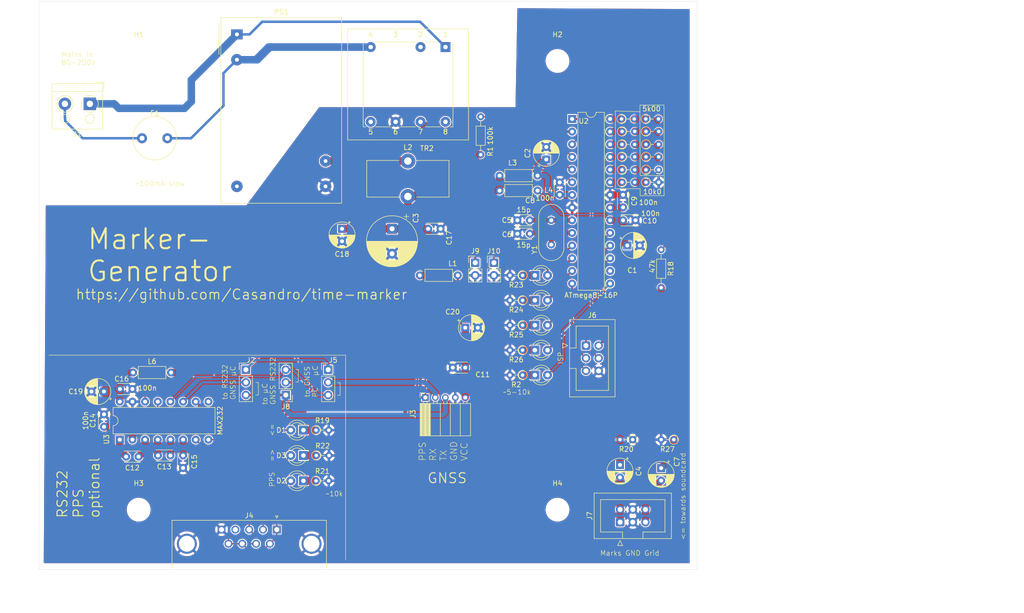
<source format=kicad_pcb>
(kicad_pcb (version 20240108) (generator "pcbnew") (generator_version "8.0")
  (layers (0 "F.Cu" signal) (31 "B.Cu" signal) (34 "B.Paste" user) (35 "F.Paste" user) (36 "B.SilkS" user "B.Silkscreen") (37 "F.SilkS" user "F.Silkscreen") (38 "B.Mask" user) (39 "F.Mask" user) (44 "Edge.Cuts" user))
  (net 0 "")
  (net 1 "GND")
  (net 2 "+5V")
  (net 3 "Net-(U2-PB6{slash}XTAL1)")
  (net 4 "Net-(U2-PB7{slash}XTAL2)")
  (net 5 "Net-(J1-Pin_2)")
  (net 6 "Net-(J1-Pin_1)")
  (net 7 "Net-(PS1-+Vo)")
  (net 9 "Net-(R1-Pad1)")
  (net 10 "/AC_SIG")
  (net 11 "Net-(R12-Pad1)")
  (net 12 "Net-(U2-PC0)")
  (net 13 "Net-(R13-Pad1)")
  (net 14 "Net-(U2-PC1)")
  (net 15 "Net-(R14-Pad1)")
  (net 16 "Net-(U2-PC2)")
  (net 17 "Net-(U2-PC3)")
  (net 18 "Net-(R15-Pad1)")
  (net 19 "Net-(U2-PC4)")
  (net 20 "Net-(R10-Pad2)")
  (net 21 "Net-(U2-PC5)")
  (net 22 "Net-(R11-Pad2)")
  (net 23 "Net-(D8-K)")
  (net 24 "/D8")
  (net 25 "/PD3")
  (net 26 "Net-(PS1-AC{slash}N)")
  (net 27 "Net-(U2-VCC)")
  (net 28 "Net-(U2-AREF)")
  (net 29 "Net-(J3-Pin_5)")
  (net 30 "Net-(U3-C1-)")
  (net 31 "Net-(U3-C1+)")
  (net 32 "Net-(U3-C2+)")
  (net 33 "Net-(U3-C2-)")
  (net 34 "Net-(U3-VS+)")
  (net 35 "Net-(U3-VS-)")
  (net 36 "Net-(U3-VCC)")
  (net 37 "/GNSS_RX")
  (net 38 "/PPS")
  (net 39 "/GNSS_TX")
  (net 41 "/SS")
  (net 42 "/MOSI")
  (net 43 "/MISO")
  (net 44 "/{slash}RESET")
  (net 45 "/SCK")
  (net 47 "Net-(U3-R2IN)")
  (net 48 "/µC_TX")
  (net 49 "/PC_TX")
  (net 50 "/µcSIG")
  (net 51 "Net-(D1-KA)")
  (net 52 "Net-(D1-AK)")
  (net 53 "Net-(D2-AK)")
  (net 54 "Net-(D2-KA)")
  (net 55 "Net-(D3-KA)")
  (net 56 "Net-(D3-AK)")
  (net 57 "Net-(D4-K)")
  (net 58 "Net-(D5-K)")
  (net 59 "Net-(D6-K)")
  (net 60 "Net-(D7-K)")
  (net 61 "/D4")
  (net 62 "/D5")
  (net 63 "/D6")
  (net 64 "/D7")
  (net 65 "Net-(J7-Pin_1)")
  (net 66 "Net-(J7-Pin_5)")
  (net 67 "/µC_RX")
  (net 68 "/PC_RX")
  (net 69 "Net-(J6-Pin_2)")
  (net 70 "/PD4")
  (footprint "Resistor_THT:R_Axial_DIN0204_L3.6mm_D1.6mm_P2.54mm_Vertical" (layer "F.Cu") (at 221.75 53.83)
    (property "Reference" "R13" (hide yes))
    (property "Value" "5k00")
  )
  (footprint "Package_DIP:DIP-28_W7.62mm" (layer "F.Cu") (at 206.93 43.63)
    (property "Reference" "U2")
    (property "Value" "ATmega8-16P")
  )
  (footprint "Resistor_THT:R_Axial_DIN0204_L3.6mm_D1.6mm_P2.54mm_Vertical" (layer "F.Cu") (at 216.95 56.33)
    (property "Reference" "R6" (hide yes))
    (property "Value" "10k0")
  )
  (footprint "Capacitor_THT:C_Disc_D3.0mm_W2.0mm_P2.50mm" (layer "F.Cu") (at 119.975 111.36 180)
    (property "Reference" "C12")
    (property "Value" "100n")
  )
  (footprint "Fuse:Fuse_Littelfuse_372_D8.50mm" (layer "F.Cu") (at 120.67 47.5)
    (property "Reference" "F1")
    (property "Value" "Fuse")
  )
  (footprint "Resistor_THT:R_Axial_DIN0204_L3.6mm_D1.6mm_P2.54mm_Vertical" (layer "F.Cu") (at 197 90 180)
    (property "Reference" "R26")
    (property "Value" "10k")
  )
  (footprint "Capacitor_THT:C_Disc_D3.0mm_W2.0mm_P2.50mm" (layer "F.Cu") (at 126.365 111.125 180)
    (property "Reference" "C13")
    (property "Value" "100n")
  )
  (footprint "LED_THT:LED_D3.0mm" (layer "F.Cu") (at 153.04 116.205 180)
    (property "Reference" "D2")
    (property "Value" "rt/gn")
  )
  (footprint "Capacitor_THT:C_Disc_D3.0mm_W2.0mm_P2.50mm" (layer "F.Cu") (at 185.5 93.5 180)
    (property "Reference" "C11")
    (property "Value" "100n")
  )
  (footprint "Resistor_THT:R_Axial_DIN0204_L3.6mm_D1.6mm_P2.54mm_Vertical" (layer "F.Cu") (at 197 75 180)
    (property "Reference" "R23")
    (property "Value" "10k")
  )
  (footprint "Connector_PinHeader_2.54mm:PinHeader_1x02_P2.54mm_Vertical" (layer "F.Cu") (at 187.5 72.46)
    (property "Reference" "J9")
    (property "Value" "Conn_01x02_Pin")
  )
  (footprint "Capacitor_THT:C_Disc_D3.0mm_W2.0mm_P2.50mm" (layer "F.Cu") (at 195.95 63.95)
    (property "Reference" "C5")
    (property "Value" "15p")
  )
  (footprint "Capacitor_THT:C_Disc_D3.0mm_W2.0mm_P2.50mm" (layer "F.Cu") (at 195.95 66.65)
    (property "Reference" "C6")
    (property "Value" "15p")
  )
  (footprint "Inductor_THT:L_Axial_L5.3mm_D2.2mm_P7.62mm_Horizontal_Vishay_IM-1" (layer "F.Cu") (at 200 58 180)
    (property "Reference" "L4")
    (property "Value" "10µ")
  )
  (footprint "Capacitor_THT:CP_Radial_D5.0mm_P2.50mm" (layer "F.Cu") (at 218 69)
    (property "Reference" "C1")
    (property "Value" "100µ")
  )
  (footprint "Resistor_THT:R_Axial_DIN0204_L3.6mm_D1.6mm_P2.54mm_Vertical" (layer "F.Cu") (at 221.75 48.73)
    (property "Reference" "R15" (hide yes))
    (property "Value" "5k00")
  )
  (footprint "Resistor_THT:R_Axial_DIN0204_L3.6mm_D1.6mm_P2.54mm_Vertical" (layer "F.Cu") (at 221.75 46.13)
    (property "Reference" "R16" (hide yes))
    (property "Value" "5k00")
  )
  (footprint "MountingHole:MountingHole_4.3mm_M4" (layer "F.Cu") (at 120 32)
    (property "Reference" "H1")
    (property "Value" "MountingHole")
  )
  (footprint "Inductor_THT:L_Axial_L5.3mm_D2.2mm_P7.62mm_Horizontal_Vishay_IM-1" (layer "F.Cu") (at 184 75 180)
    (property "Reference" "L1")
    (property "Value" "10µ")
  )
  (footprint "LED_THT:LED_D3.0mm_Clear" (layer "F.Cu") (at 199.46 90)
    (property "Reference" "D7" (hide yes))
    (property "Value" "LED_Small")
  )
  (footprint "Connector_PinHeader_2.54mm:PinHeader_1x02_P2.54mm_Vertical" (layer "F.Cu") (at 191.25 72.46)
    (property "Reference" "J10")
    (property "Value" "Conn_01x02_Pin")
  )
  (footprint "Inductor_THT:L_Axial_L5.3mm_D2.2mm_P7.62mm_Horizontal_Vishay_IM-1" (layer "F.Cu") (at 118.872 94.488)
    (property "Reference" "L6")
    (property "Value" "10µ")
  )
  (footprint "LED_THT:LED_D3.0mm_Clear" (layer "F.Cu") (at 199.46 95)
    (property "Reference" "D8" (hide yes))
    (property "Value" "LED_Small")
  )
  (footprint "Connector_PinHeader_2.54mm:PinHeader_1x03_P2.54mm_Vertical" (layer "F.Cu") (at 158 93.92)
    (property "Reference" "J5")
    (property "Value" "Conn_01x03_Pin" (hide yes))
  )
  (footprint "Connector_PinHeader_2.54mm:PinHeader_1x03_P2.54mm_Vertical" (layer "F.Cu") (at 149.5 99 180)
    (property "Reference" "J8")
    (property "Value" "Conn_01x03_Pin")
  )
  (footprint "Resistor_THT:R_Axial_DIN0204_L3.6mm_D1.6mm_P7.62mm_Horizontal" (layer "F.Cu") (at 224.79 69.85 -90)
    (property "Reference" "R18")
    (property "Value" "47k")
  )
  (footprint "Resistor_THT:R_Axial_DIN0204_L3.6mm_D1.6mm_P2.54mm_Vertical" (layer "F.Cu") (at 221.75 51.23)
    (property "Reference" "R14" (hide yes))
    (property "Value" "5k00")
  )
  (footprint "Capacitor_THT:CP_Radial_D10.0mm_P5.00mm" (layer "F.Cu") (at 170.815 65.659 -90)
    (property "Reference" "C3")
    (property "Value" "1000µ")
  )
  (footprint "Capacitor_THT:CP_Radial_D5.0mm_P2.50mm" (layer "F.Cu") (at 185.5 85.5)
    (property "Reference" "C20")
    (property "Value" "100µ")
  )
  (footprint "Resistor_THT:R_Axial_DIN0204_L3.6mm_D1.6mm_P2.54mm_Vertical" (layer "F.Cu") (at 216.95 53.83)
    (property "Reference" "R7" (hide yes))
    (property "Value" "10k0")
  )
  (footprint "LED_THT:LED_D3.0mm" (layer "F.Cu") (at 153.035 111.125 180)
    (property "Reference" "D3")
    (property "Value" "rt/gn")
  )
  (footprint "LED_THT:LED_D3.0mm" (layer "F.Cu") (at 153.04 106.045 180)
    (property "Reference" "D1")
    (property "Value" "rt/gn")
  )
  (footprint "Capacitor_THT:C_Disc_D3.0mm_W2.0mm_P2.50mm" (layer "F.Cu") (at 217.15 63.95)
    (property "Reference" "C10")
    (property "Value" "100n")
  )
  (footprint "LED_THT:LED_D3.0mm_Clear" (layer "F.Cu") (at 199.46 85)
    (property "Reference" "D6" (hide yes))
    (property "Value" "LED_Small")
  )
  (footprint "Resistor_THT:R_Axial_DIN0204_L3.6mm_D1.6mm_P7.62mm_Horizontal" (layer "F.Cu") (at 188.595 50.8 90)
    (property "Reference" "R1")
    (property "Value" "100k")
  )
  (footprint "Resistor_THT:R_Axial_DIN0204_L3.6mm_D1.6mm_P2.54mm_Vertical" (layer "F.Cu") (at 197 95 180)
    (property "Reference" "R2")
    (property "Value" "10k")
  )
  (footprint "LED_THT:LED_D3.0mm_Clear" (layer "F.Cu") (at 199.46 75)
    (property "Reference" "D4" (hide yes))
    (property "Value" "LED_Small")
  )
  (footprint "Resistor_THT:R_Axial_DIN0204_L3.6mm_D1.6mm_P2.54mm_Vertical" (layer "F.Cu") (at 227.33 107.95 180)
    (property "Reference" "R27")
    (property "Value" "1k")
  )
  (footprint "Connector_PinSocket_2.00mm:PinSocket_1x05_P2.00mm_Horizontal" (layer "F.Cu") (at 177.5 99.5 90)
    (property "Reference" "J3")
    (property "Value" "Conn_01x05_Socket")
  )
  (footprint "Resistor_THT:R_Axial_DIN0204_L3.6mm_D1.6mm_P2.54mm_Vertical" (layer "F.Cu") (at 155.625 111.125)
    (property "Reference" "R22")
    (property "Value" "10k")
  )
  (footprint "Resistor_THT:R_Axial_DIN0204_L3.6mm_D1.6mm_P2.54mm_Vertical" (layer "F.Cu") (at 221.71 43.63)
    (property "Reference" "R17" (hide yes))
    (property "Value" "5k00")
  )
  (footprint "Capacitor_THT:CP_Radial_D5.0mm_P2.50mm" (layer "F.Cu") (at 113.03 98.298 180)
    (property "Reference" "C19")
    (property "Value" "100µ")
  )
  (footprint "MountingHole:MountingHole_4.3mm_M4" (layer "F.Cu") (at 204 32)
    (property "Reference" "H2")
    (property "Value" "MountingHole")
  )
  (footprint "Resistor_THT:R_Axial_DIN0204_L3.6mm_D1.6mm_P2.54mm_Vertical" (layer "F.Cu") (at 216.85 43.63)
    (property "Reference" "R11" (hide yes))
    (property "Value" "10k0")
  )
  (footprint "Resistor_THT:R_Axial_DIN0204_L3.6mm_D1.6mm_P2.54mm_Vertical" (layer "F.Cu") (at 216.93 48.73)
    (property "Reference" "R9" (hide yes))
    (property "Value" "10k0")
  )
  (footprint "Resistor_THT:R_Axial_DIN0204_L3.6mm_D1.6mm_P2.54mm_Vertical" (layer "F.Cu") (at 216.95 46.13)
    (property "Reference" "R10" (hide yes))
    (property "Value" "10k0")
  )
  (footprint "Capacitor_THT:C_Disc_D3.0mm_W2.0mm_P2.50mm" (layer "F.Cu") (at 180.554 65.659 180)
    (property "Reference" "C17")
    (property "Value" "100n")
  )
  (footprint "Connector_Dsub:DSUB-9_Female_Horizontal_P2.77x2.84mm_EdgePinOffset4.94mm_Housed_MountingHolesOffset4.94mm" (layer "F.Cu") (at 147.7 125.99)
    (property "Reference" "J4")
    (property "Value" "DE9_Plug_MountingHoles")
  )
  (footprint "Package_DIP:DIP-16_W7.62mm" (layer "F.Cu") (at 116.205 107.95 90)
    (property "Reference" "U3")
    (property "Value" "MAX232")
  )
  (footprint "Resistor_THT:R_Axial_DIN0204_L3.6mm_D1.6mm_P2.54mm_Vertical" (layer "F.Cu") (at 155.575 106.045)
    (property "Reference" "R19")
    (property "Value" "10k")
  )
  (footprint "Resistor_THT:R_Axial_DIN0204_L3.6mm_D1.6mm_P2.54mm_Vertical" (layer "F.Cu") (at 155.575 116.205)
    (property "Reference" "R21")
    (property "Value" "10k")
  )
  (footprint "Connector_IDC:IDC-Header_2x03_P2.54mm_Vertical" (layer "F.Cu") (at 209.71 89.08)
    (property "Reference" "J6")
    (property "Value" "Conn_02x03_Odd_Even" (hide yes))
  )
  (footprint "Capacitor_THT:CP_Radial_D5.0mm_P2.50mm" (layer "F.Cu") (at 160.782 65.659 -90)
    (property "Reference" "C18")
    (property "Value" "100µ")
  )
  (footprint "Inductor_THT:L_Axial_L5.3mm_D2.2mm_P7.62mm_Horizontal_Vishay_IM-1" (layer "F.Cu") (at 200 55 180)
    (property "Reference" "L3")
    (property "Value" "10µ")
  )
  (footprint "Capacitor_THT:CP_Radial_D5.0mm_P2.50mm" (layer "F.Cu") (at 224.79 113.665 -90)
    (property "Reference" "C7")
    (property "Value" "100µ")
  )
  (footprint "Resistor_THT:R_Axial_DIN0204_L3.6mm_D1.6mm_P2.54mm_Vertical" (layer "F.Cu") (at 216.95 51.23)
    (property "Reference" "R8" (hide yes))
    (property "Value" "10k0")
  )
  (footprint "LED_THT:LED_D3.0mm_Clear" (layer "F.Cu") (at 199.46 80)
    (property "Reference" "D5" (hide yes))
    (property "Value" "LED_Small")
  )
  (footprint "Capacitor_THT:CP_Radial_D5.0mm_P2.50mm" (layer "F.Cu") (at 216.535 113.03 -90)
    (property "Reference" "C4")
    (property "Value" "100µ")
  )
  (footprint "Capacitor_THT:C_Disc_D3.0mm_W2.0mm_P2.50mm" (layer "F.Cu") (at 116.245 97.79)
    (property "Reference" "C16")
    (property "Value" "100n")
  )
  (footprint "Transformer_THT:Transformer_Breve_TEZ-22x24" (layer "F.Cu") (at 181.53 29.21 180)
    (property "Reference" "TR2")
    (property "Value" "Gerth 152")
  )
  (footprint "Converter_ACDC:Converter_ACDC_MeanWell_IRM-03-xx_THT" (layer "F.Cu") (at 139.7 26.67)
    (property "Reference" "PS1")
    (property "Value" "IRM-03-5")
  )
  (footprint "Inductor_THT:L_Toroid_Vertical_L16.3mm_W7.1mm_P7.11mm_Pulse_H" (layer "F.Cu") (at 173.99 52.07)
    (property "Reference" "L2")
    (property "Value" "470µ TLC 0,5A-470µ")
  )
  (footprint "MountingHole:MountingHole_4.3mm_M4" (layer "F.Cu") (at 120 122)
    (property "Reference" "H3")
    (property "Value" "MountingHole")
  )
  (footprint "Capacitor_THT:C_Disc_D3.0mm_W2.0mm_P2.50mm" (layer "F.Cu") (at 204.45 56.35 -90)
    (property "Reference" "C8")
    (property "Value" "100n")
  )
  (footprint "Connector_IDC:IDC-Header_2x03_P2.54mm_Vertical" (layer "F.Cu") (at 216.56 124.5 90)
    (property "Reference" "J7")
    (property "Value" "Conn_02x03_Odd_Even")
  )
  (footprint "Crystal:Crystal_HC49-U_Vertical" (layer "F.Cu") (at 202.75 68.83 90)
    (property "Reference" "Y1")
    (property "Value" "Crystal")
  )
  (footprint "Resistor_THT:R_Axial_DIN0204_L3.6mm_D1.6mm_P2.54mm_Vertical" (layer "F.Cu") (at 219.075 107.95 180)
    (property "Reference" "R20")
    (property "Value" "1k")
  )
  (footprint "MountingHole:MountingHole_4.3mm_M4" (layer "F.Cu") (at 204 122)
    (property "Reference" "H4")
    (property "Value" "MountingHole")
  )
  (footprint "Capacitor_THT:CP_Radial_D5.0mm_P2.50mm" (layer "F.Cu") (at 201.75 51.75 90)
    (property "Reference" "C2")
    (property "Value" "100µ")
  )
  (footprint "Resistor_THT:R_Axial_DIN0204_L3.6mm_D1.6mm_P2.54mm_Vertical" (layer "F.Cu") (at 197 80 180)
    (property "Reference" "R24")
    (property "Value" "10k")
  )
  (footprint "Resistor_THT:R_Axial_DIN0204_L3.6mm_D1.6mm_P2.54mm_Vertical" (layer "F.Cu") (at 197 85 180)
    (property "Reference" "R25")
    (property "Value" "10k")
  )
  (footprint "Resistor_THT:R_Axial_DIN0204_L3.6mm_D1.6mm_P2.54mm_Vertical" (layer "F.Cu") (at 221.75 56.33)
    (property "Reference" "R12" (hide yes))
    (property "Value" "10k0")
  )
  (footprint "Capacitor_THT:C_Disc_D3.0mm_W2.0mm_P2.50mm" (layer "F.Cu") (at 217.15 58.85 -90)
    (property "Reference" "C9")
    (property "Value" "100n")
  )
  (footprint "Capacitor_THT:C_Disc_D3.0mm_W2.0mm_P2.50mm" (layer "F.Cu") (at 128.905 111.125 -90)
    (property "Reference" "C15")
    (property "Value" "100n")
  )
  (footprint "Connector_PinHeader_2.54mm:PinHeader_1x03_P2.54mm_Vertical" (layer "F.Cu") (at 141.5 93.92)
    (property "Reference" "J2")
    (property "Value" "Conn_01x03_Pin")
  )
  (footprint "Capacitor_THT:C_Disc_D3.0mm_W2.0mm_P2.50mm" (layer "F.Cu") (at 113.04 105.37 90)
    (property "Reference" "C14")
    (property "Value" "100n")
  )
  (footprint "TerminalBlock_RND:TerminalBlock_RND_205-00001_1x02_P5.00mm_Horizontal" (layer "F.Cu") (at 110.2 40.6 180)
    (property "Reference" "J1")
    (property "Value" "Screw_Terminal_01x02")
  )
  (gr_line (start 225.35 40.85) (end 225.38 44.82) (stroke (width 0.1)) (layer "F.SilkS"))
  (gr_line (start 160.401 96.54) (end 160.401 99.04) (stroke (width 0.1)) (layer "F.SilkS"))
  (gr_line (start 161.5 91) (end 161.5 132) (stroke (width 0.1)) (layer "F.SilkS"))
  (gr_line (start 144 99) (end 143.5 99) (stroke (width 0.1)) (layer "F.SilkS"))
  (gr_line (start 220.58 59.02) (end 225.38 59.02) (stroke (width 0.1)) (layer "F.SilkS"))
  (gr_line (start 225.38 54.97) (end 220.58 54.97) (stroke (width 0.1)) (layer "F.SilkS"))
  (gr_line (start 151.515 93.893) (end 152.015 93.893) (stroke (width 0.1)) (layer "F.SilkS"))
  (gr_line (start 152.015 93.893) (end 152.015 96.393) (stroke (width 0.1)) (layer "F.SilkS"))
  (gr_line (start 220.55 40.85) (end 225.35 40.85) (stroke (width 0.1)) (layer "F.SilkS"))
  (gr_line (start 144 96.5) (end 144 99) (stroke (width 0.1)) (layer "F.SilkS"))
  (gr_line (start 215.61 57.64) (end 215.61 42.04) (stroke (width 0.1)) (layer "F.SilkS"))
  (gr_line (start 152.015 96.393) (end 151.515 96.393) (stroke (width 0.1)) (layer "F.SilkS"))
  (gr_line (start 225.38 44.82) (end 225.38 54.97) (stroke (width 0.1)) (layer "F.SilkS"))
  (gr_line (start 215.93 57.62) (end 220.58 57.62) (stroke (width 0.1)) (layer "F.SilkS"))
  (gr_line (start 225.38 59.02) (end 225.38 54.97) (stroke (width 0.1)) (layer "F.SilkS"))
  (gr_line (start 220.58 54.97) (end 220.53 42.17) (stroke (width 0.1)) (layer "F.SilkS"))
  (gr_line (start 220.53 42.17) (end 220.55 40.85) (stroke (width 0.1)) (layer "F.SilkS"))
  (gr_line (start 215.93 57.62) (end 215.61 57.64) (stroke (width 0.1)) (layer "F.SilkS"))
  (gr_line (start 220.58 57.62) (end 220.58 59.02) (stroke (width 0.1)) (layer "F.SilkS"))
  (gr_line (start 161.5 91) (end 118.5 91) (stroke (width 0.1)) (layer "F.SilkS"))
  (gr_line (start 159.901 96.54) (end 160.401 96.54) (stroke (width 0.1)) (layer "F.SilkS"))
  (gr_line (start 160.401 99.04) (end 159.901 99.04) (stroke (width 0.1)) (layer "F.SilkS"))
  (gr_line (start 114 91) (end 102 91) (stroke (width 0.1)) (layer "F.SilkS"))
  (gr_line (start 114 91) (end 118.5 91) (stroke (width 0.1)) (layer "F.SilkS"))
  (gr_line (start 143.5 96.5) (end 144 96.5) (stroke (width 0.1)) (layer "F.SilkS"))
  (gr_line (start 215.61 42.04) (end 220.53 42.17) (stroke (width 0.1)) (layer "F.SilkS"))
  (gr_line (start 100 134) (end 100 20) (stroke (width 0.05)) (layer "Edge.Cuts"))
  (gr_line (start 232 134) (end 232 20) (stroke (width 0.05)) (layer "Edge.Cuts"))
  (gr_line (start 232 134) (end 100 134) (stroke (width 0.05)) (layer "Edge.Cuts"))
  (gr_line (start 100 20) (end 232 20) (stroke (width 0.05)) (layer "Edge.Cuts"))
  (gr_text "to GNSS\nPC   µC" (at 156 99.5 90) (layer "F.SilkS") (effects (font (size 1 1) (thickness 0.1)) (justify left bottom)))
  (gr_text "Mains in\n80-250V" (at 104.4 32.9 0) (layer "F.SilkS") (effects (font (size 1 1) (thickness 0.1)) (justify left bottom)))
  (gr_text "~100mA slow" (at 119.38 57.15 0) (layer "F.SilkS") (effects (font (size 1 1) (thickness 0.1)) (justify left bottom)))
  (gr_text "RS232\nPPS\noptional" (at 112.3 123.8 90) (layer "F.SilkS") (effects (font (size 2 2) (thickness 0.2)) (justify left bottom)))
  (gr_text "Marker-\nGenerator" (at 109.5 76.5 0) (layer "F.SilkS") (effects (font (size 4 4) (thickness 0.4)) (justify left bottom)))
  (gr_text "https://github.com/Casandro/time-marker" (at 107.25 80 0) (layer "F.SilkS") (effects (font (size 2 2) (thickness 0.2)) (justify left bottom)))
  (gr_text "Marks GND Grid" (at 212.5 131.3 0) (layer "F.SilkS") (effects (font (size 1 1) (thickness 0.1)) (justify left bottom)))
  (gr_text "PPS" (at 147.32 117.475 90) (layer "F.SilkS") (effects (font (size 1 1) (thickness 0.1)) (justify left bottom)))
  (gr_text "<= towards soundcard" (at 229.75 128.1 90) (layer "F.SilkS") (effects (font (size 1 1) (thickness 0.1)) (justify left bottom)))
  (gr_text "GNSS" (at 177.8 116.84 0) (layer "F.SilkS") (effects (font (size 2 2) (thickness 0.2)) (justify left bottom)))
  (gr_text "to µC\nGNSS RS232" (at 147.5 101 90) (layer "F.SilkS") (effects (font (size 1 1) (thickness 0.1)) (justify left bottom)))
  (gr_text "ISP" (at 205.21 92.84 90) (layer "F.SilkS") (effects (font (size 1 1) (thickness 0.1)) (justify left bottom)))
  (gr_text "~5-10k" (at 193 99 0) (layer "F.SilkS") (effects (font (size 1 1) (thickness 0.1)) (justify left bottom)))
  (gr_text "=>" (at 147.32 112.395 90) (layer "F.SilkS") (effects (font (size 1 1) (thickness 0.1)) (justify left bottom)))
  (gr_text "~10k" (at 157.48 119.38 0) (layer "F.SilkS") (effects (font (size 1 1) (thickness 0.1)) (justify left bottom)))
  (gr_text "PPS\nRX\nTX\nGND\nVCC" (at 186.055 112.3 90) (layer "F.SilkS") (effects (font (size 1.3 1.3) (thickness 0.1)) (justify left bottom)))
  (gr_text "to RS232\nGNSS µC" (at 139.5 100 90) (layer "F.SilkS") (effects (font (size 1 1) (thickness 0.1)) (justify left bottom)))
  (gr_text "<=" (at 147.32 107.315 90) (layer "F.SilkS") (effects (font (size 1 1) (thickness 0.1)) (justify left bottom)))
  (segment (start 214.55 58.87) (end 217.13 58.87) (width 1.5) (layer "F.Cu") (net 1))
  (segment (start 217.13 58.87) (end 217.15 58.85) (width 1.5) (layer "F.Cu") (net 1))
  (segment (start 173.99 59.18) (end 173.99 65.278) (width 1.5) (layer "F.Cu") (net 2))
  (segment (start 192.38 58) (end 192.38 55) (width 1.5) (layer "F.Cu") (net 2))
  (segment (start 177.997 75) (end 176.38 75) (width 1.5) (layer "F.Cu") (net 2))
  (segment (start 178.054 84.154944) (end 173.943944 88.265) (width 1.5) (layer "F.Cu") (net 2))
  (segment (start 173.99 65.278) (end 174.371 65.659) (width 1.5) (layer "F.Cu") (net 2))
  (segment (start 134.442415 94.488) (end 126.492 94.488) (width 1.5) (layer "F.Cu") (net 2))
  (segment (start 178.054 65.659) (end 178.054 75.057) (width 1.5) (layer "F.Cu") (net 2))
  (segment (start 140.665415 88.265) (end 134.442415 94.488) (width 1.5) (layer "F.Cu") (net 2))
  (segment (start 160.782 65.659) (end 170.815 65.659) (width 1.5) (layer "F.Cu") (net 2))
  (segment (start 170.815 65.659) (end 174.371 65.659) (width 1.5) (layer "F.Cu") (net 2))
  (segment (start 178.054 75.057) (end 177.997 75) (width 1.5) (layer "F.Cu") (net 2))
  (segment (start 173.943944 88.265) (end 140.665415 88.265) (width 1.5) (layer "F.Cu") (net 2))
  (segment (start 176.5 58) (end 192.38 58) (width 1.5) (layer "F.Cu") (net 2))
  (segment (start 175.32 59.18) (end 176.5 58) (width 1.5) (layer "F.Cu") (net 2))
  (segment (start 178.054 75.057) (end 178.054 84.154944) (width 1.5) (layer "F.Cu") (net 2))
  (segment (start 173.99 59.18) (end 175.32 59.18) (width 1.5) (layer "F.Cu") (net 2))
  (segment (start 174.371 65.659) (end 178.054 65.659) (width 1.5) (layer "F.Cu") (net 2))
  (segment (start 176.437 75.057) (end 176.38 75) (width 1) (layer "F.Cu") (net 2))
  (segment (start 202.75 63.95) (end 198.45 63.95) (width 1) (layer "F.Cu") (net 3))
  (segment (start 206.93 63.95) (end 202.75 63.95) (width 1) (layer "F.Cu") (net 3))
  (segment (start 202.75 68.83) (end 202.75 66.51) (width 1) (layer "F.Cu") (net 4))
  (segment (start 202.73 66.49) (end 198.61 66.49) (width 1) (layer "F.Cu") (net 4))
  (segment (start 198.61 66.49) (end 198.45 66.65) (width 1) (layer "F.Cu") (net 4))
  (segment (start 202.75 66.51) (end 202.73 66.49) (width 1) (layer "F.Cu") (net 4))
  (segment (start 206.93 66.49) (end 202.73 66.49) (width 1) (layer "F.Cu") (net 4))
  (segment (start 198.61 66.49) (end 198.45 66.65) (width 1) (layer "B.Cu") (net 4))
  (segment (start 120.67 47.5) (end 108.75 47.5) (width 0.5) (layer "B.Cu") (net 5))
  (segment (start 108.75 47.5) (end 105.25 44) (width 0.5) (layer "B.Cu") (net 5))
  (segment (start 105.25 43.5) (end 105.2 43.45) (width 0.5) (layer "B.Cu") (net 5))
  (segment (start 105.2 43.45) (end 105.2 40.6) (width 0.5) (layer "B.Cu") (net 5))
  (segment (start 105.25 44) (end 105.25 43.5) (width 0.5) (layer "B.Cu") (net 5))
  (segment (start 116 41.5) (end 129.188 41.5) (width 1.5) (layer "B.Cu") (net 6))
  (segment (start 110.2 40.6) (end 115.1 40.6) (width 1.5) (layer "B.Cu") (net 6))
  (segment (start 144.78 24.13) (end 176.45 24.13) (width 0.5) (layer "B.Cu") (net 6))
  (segment (start 129.188 41.5) (end 130.556 40.132) (width 1.5) (layer "B.Cu") (net 6))
  (segment (start 142.24 26.67) (end 144.78 24.13) (width 0.5) (layer "B.Cu") (net 6))
  (segment (start 130.556 35.814) (end 139.7 26.67) (width 1.5) (layer "B.Cu") (net 6))
  (segment (start 139.7 26.67) (end 142.24 26.67) (width 0.5) (layer "B.Cu") (net 6))
  (segment (start 115.1 40.6) (end 116 41.5) (width 1.5) (layer "B.Cu") (net 6))
  (segment (start 176.45 24.13) (end 181.53 29.21) (width 0.5) (layer "B.Cu") (net 6))
  (segment (start 130.556 40.132) (end 130.556 35.814) (width 1.5) (layer "B.Cu") (net 6))
  (segment (start 157.48 52.07) (end 173.99 52.07) (width 1.5) (layer "F.Cu") (net 7))
  (segment (start 183.12 50.8) (end 188.595 50.8) (width 1.5) (layer "F.Cu") (net 9))
  (segment (start 176.53 44.21) (end 183.12 50.8) (width 1.5) (layer "F.Cu") (net 9))
  (segment (start 188.595 43.18) (end 196.32 43.18) (width 0.25) (layer "F.Cu") (net 10))
  (segment (start 227.33 111.125) (end 224.79 113.665) (width 1.5) (layer "F.Cu") (net 10))
  (segment (start 228.6 40.1) (end 228.6 106.68) (width 0.25) (layer "F.Cu") (net 10))
  (segment (start 196.32 43.18) (end 201.5 38) (width 0.25) (layer "F.Cu") (net 10))
  (segment (start 226.5 38) (end 228.6 40.1) (width 0.25) (layer "F.Cu") (net 10))
  (segment (start 228.6 106.68) (end 227.33 107.95) (width 0.25) (layer "F.Cu") (net 10))
  (segment (start 201.5 38) (end 226.5 38) (width 0.25) (layer "F.Cu") (net 10))
  (segment (start 227.33 107.95) (end 227.33 111.125) (width 1.5) (layer "F.Cu") (net 10))
  (segment (start 219.49 56.33) (end 221.75 56.33) (width 1.5) (layer "F.Cu") (net 11))
  (segment (start 224.29 53.83) (end 221.79 56.33) (width 0.25) (layer "F.Cu") (net 11))
  (segment (start 221.79 56.33) (end 221.75 56.33) (width 0.25) (layer "F.Cu") (net 11))
  (segment (start 214.55 56.33) (end 216.95 56.33) (width 1.5) (layer "F.Cu") (net 12))
  (segment (start 219.49 53.83) (end 221.75 53.83) (width 1.5) (layer "F.Cu") (net 13))
  (segment (start 221.75 53.83) (end 221.75 53.77) (width 1.5) (layer "F.Cu") (net 13))
  (segment (start 221.75 53.77) (end 224.29 51.23) (width 1.5) (layer "F.Cu") (net 13))
  (segment (start 214.55 53.79) (end 216.91 53.79) (width 1.5) (layer "F.Cu") (net 14))
  (segment (start 216.91 53.79) (end 216.95 53.83) (width 1.5) (layer "F.Cu") (net 14))
  (segment (start 221.75 51.23) (end 221.79 51.23) (width 1.5) (layer "F.Cu") (net 15))
  (segment (start 221.79 51.23) (end 224.29 48.73) (width 1.5) (layer "F.Cu") (net 15))
  (segment (start 219.49 51.23) (end 221.75 51.23) (width 1.5) (layer "F.Cu") (net 15))
  (segment (start 216.93 51.25) (end 216.95 51.23) (width 1.5) (layer "F.Cu") (net 16))
  (segment (start 214.55 51.25) (end 216.93 51.25) (width 1.5) (layer "F.Cu") (net 16))
  (segment (start 214.55 48.71) (end 216.91 48.71) (width 1.5) (layer "F.Cu") (net 17))
  (segment (start 216.91 48.71) (end 216.93 48.73) (width 1.5) (layer "F.Cu") (net 17))
  (segment (start 221.75 48.73) (end 221.75 48.67) (width 1.5) (layer "F.Cu") (net 18))
  (segment (start 221.75 48.67) (end 224.29 46.13) (width 1.5) (layer "F.Cu") (net 18))
  (segment (start 219.47 48.73) (end 221.75 48.73) (width 1.5) (layer "F.Cu") (net 18))
  (segment (start 214.55 46.17) (end 216.91 46.17) (width 1.5) (layer "F.Cu") (net 19))
  (segment (start 216.91 46.17) (end 216.95 46.13) (width 1.5) (layer "F.Cu") (net 19))
  (segment (start 219.49 46.13) (end 221.75 46.13) (width 1.5) (layer "F.Cu") (net 20))
  (segment (start 221.75 46.13) (end 224.25 43.63) (width 1.5) (layer "F.Cu") (net 20))
  (segment (start 214.55 43.63) (end 216.85 43.63) (width 1.5) (layer "F.Cu") (net 21))
  (segment (start 226 42.5) (end 222.84 42.5) (width 0.3) (layer "F.Cu") (net 22))
  (segment (start 222.84 42.5) (end 221.71 43.63) (width 0.3) (layer "F.Cu") (net 22))
  (segment (start 224.79 69.85) (end 226 68.64) (width 0.3) (layer "F.Cu") (net 22))
  (segment (start 226 68.64) (end 226 42.5) (width 0.3) (layer "F.Cu") (net 22))
  (segment (start 219.39 43.63) (end 221.71 43.63) (width 1.5) (layer "F.Cu") (net 22))
  (segment (start 197 95) (end 199.46 95) (width 1.5) (layer "F.Cu") (net 23))
  (segment (start 205.125 86.075) (end 205.125 91.875) (width 0.4) (layer "B.Cu") (net 24))
  (segment (start 205.125 91.875) (end 202 95) (width 0.4) (layer "B.Cu") (net 24))
  (segment (start 214.55 76.65) (end 205.125 86.075) (width 0.4) (layer "B.Cu") (net 24))
  (segment (start 197.619 58.896346) (end 187.5 69.015346) (width 0.4) (layer "F.Cu") (net 25))
  (segment (start 197.619 54.923893) (end 197.619 55.683943) (width 0.3) (layer "F.Cu") (net 25))
  (segment (start 197.619 55.683943) (end 197.619 58.896346) (width 0.4) (layer "F.Cu") (net 25))
  (segment (start 187.5 69.015346) (end 187.5 72.46) (width 0.4) (layer "F.Cu") (net 25))
  (segment (start 206.49 53.35) (end 199.192893 53.35) (width 0.3) (layer "F.Cu") (net 25))
  (segment (start 199.192893 53.35) (end 197.619 54.923893) (width 0.3) (layer "F.Cu") (net 25))
  (segment (start 206.93 53.79) (end 206.49 53.35) (width 0.3) (layer "F.Cu") (net 25))
  (segment (start 146.34934 29.21) (end 166.53 29.21) (width 1.5) (layer "B.Cu") (net 26))
  (segment (start 143.80934 31.75) (end 146.34934 29.21) (width 1.5) (layer "B.Cu") (net 26))
  (segment (start 139.7 31.75) (end 143.51 31.75) (width 1.5) (layer "B.Cu") (net 26))
  (segment (start 165.26 29.21) (end 146.05 29.21) (width 1.5) (layer "B.Cu") (net 26))
  (segment (start 125.75 47.5) (end 130.5 47.5) (width 0.5) (layer "B.Cu") (net 26))
  (segment (start 143.51 31.75) (end 146.05 29.21) (width 1.5) (layer "B.Cu") (net 26))
  (segment (start 137 34.45) (end 139.7 31.75) (width 0.5) (layer "B.Cu") (net 26))
  (segment (start 130.5 47.5) (end 137 41) (width 0.5) (layer "B.Cu") (net 26))
  (segment (start 143.51 31.75) (end 143.80934 31.75) (width 1.5) (layer "B.Cu") (net 26))
  (segment (start 137 41) (end 137 34.45) (width 0.5) (layer "B.Cu") (net 26))
  (segment (start 204.47 58.87) (end 204.45 58.85) (width 1) (layer "F.Cu") (net 27))
  (segment (start 200 53.5) (end 201.75 51.75) (width 1.5) (layer "B.Cu") (net 27))
  (segment (start 200 55) (end 200 53.5) (width 1.5) (layer "B.Cu") (net 27))
  (segment (start 202 57.75) (end 202 55.5) (width 1) (layer "B.Cu") (net 27))
  (segment (start 204.47 58.87) (end 204.45 58.85) (width 1) (layer "B.Cu") (net 27))
  (segment (start 203.1 58.85) (end 202 57.75) (width 1) (layer "B.Cu") (net 27))
  (segment (start 201.5 55) (end 200 55) (width 1) (layer "B.Cu") (net 27))
  (segment (start 206.93 58.87) (end 204.47 58.87) (width 1) (layer "B.Cu") (net 27))
  (segment (start 206.91 58.85) (end 206.93 58.87) (width 1) (layer "B.Cu") (net 27))
  (segment (start 204.45 58.85) (end 203.1 58.85) (width 1) (layer "B.Cu") (net 27))
  (segment (start 202 55.5) (end 201.5 55) (width 1) (layer "B.Cu") (net 27))
  (segment (start 217.09 61.41) (end 217.15 61.35) (width 1.5) (layer "F.Cu") (net 28))
  (segment (start 214.55 61.41) (end 217.09 61.41) (width 1.5) (layer "F.Cu") (net 28))
  (segment (start 184 84) (end 185.5 85.5) (width 0.4) (layer "F.Cu") (net 29))
  (segment (start 185.5 99.5) (end 185.5 93.5) (width 1.5) (layer "F.Cu") (net 29))
  (segment (start 185.5 93.5) (end 185.5 85.5) (width 1.5) (layer "F.Cu") (net 29))
  (segment (start 184 75) (end 184 84) (width 0.4) (layer "F.Cu") (net 29))
  (segment (start 121.285 110.05) (end 119.975 111.36) (width 1.5) (layer "F.Cu") (net 30))
  (segment (start 121.285 107.95) (end 121.285 110.05) (width 1.5) (layer "F.Cu") (net 30))
  (segment (start 116.205 107.95) (end 116.205 110.09) (width 1.5) (layer "F.Cu") (net 31))
  (segment (start 116.205 110.09) (end 117.475 111.36) (width 1.5) (layer "F.Cu") (net 31))
  (segment (start 123.825 107.95) (end 123.825 111.085) (width 1.5) (layer "F.Cu") (net 32))
  (segment (start 123.825 111.085) (end 123.865 111.125) (width 1.5) (layer "F.Cu") (net 32))
  (segment (start 126.365 107.95) (end 126.365 111.125) (width 1.5) (layer "F.Cu") (net 33))
  (segment (start 113.04 105.37) (end 117.29637 105.37) (width 1.5) (layer "F.Cu") (net 34))
  (segment (start 117.29637 105.37) (end 118.745 106.81863) (width 1.5) (layer "F.Cu") (net 34))
  (segment (start 118.745 106.81863) (end 118.745 107.95) (width 1.5) (layer "F.Cu") (net 34))
  (segment (start 128.905 107.95) (end 128.905 111.125) (width 1.5) (layer "F.Cu") (net 35))
  (segment (start 117.221 94.488) (end 118.872 94.488) (width 1.5) (layer "F.Cu") (net 36))
  (segment (start 116.205 97.83) (end 116.245 97.79) (width 1.5) (layer "F.Cu") (net 36))
  (segment (start 115.824 98.298) (end 116.205 98.679) (width 2) (layer "F.Cu") (net 36))
  (segment (start 116.245 97.79) (end 116.245 95.464) (width 1.5) (layer "F.Cu") (net 36))
  (segment (start 116.205 98.679) (end 116.205 97.83) (width 1.5) (layer "F.Cu") (net 36))
  (segment (start 116.245 95.464) (end 117.221 94.488) (width 1.5) (layer "F.Cu") (net 36))
  (segment (start 116.205 100.33) (end 116.205 98.679) (width 1.5) (layer "F.Cu") (net 36))
  (segment (start 113.03 98.298) (end 115.824 98.298) (width 2) (layer "F.Cu") (net 36))
  (segment (start 158 96.46) (end 177.414594 96.46) (width 1) (layer "B.Cu") (net 37))
  (segment (start 177.414594 96.46) (end 179.5 98.545406) (width 1) (layer "B.Cu") (net 37))
  (segment (start 179.5 98.545406) (end 179.5 99.5) (width 1) (layer "B.Cu") (net 37))
  (segment (start 177.5 99.5) (end 177.5 92.66) (width 0.3) (layer "F.Cu") (net 38))
  (segment (start 205.74 50.06) (end 206.93 51.25) (width 0.3) (layer "F.Cu") (net 38))
  (segment (start 182.2925 73.445028) (end 197.069 58.668528) (width 0.3) (layer "F.Cu") (net 38))
  (segment (start 205.74 48.26) (end 205.74 50.06) (width 0.3) (layer "F.Cu") (net 38))
  (segment (start 177.5 92.66) (end 182.2925 87.8675) (width 0.3) (layer "F.Cu") (net 38))
  (segment (start 131.445 100.33) (end 134.045 102.93) (width 0.5) (layer "F.Cu") (net 38))
  (segment (start 200.732106 47.933894) (end 205.413894 47.933894) (width 0.3) (layer "F.Cu") (net 38))
  (segment (start 197.069 58.668528) (end 197.069 51.597) (width 0.3) (layer "F.Cu") (net 38))
  (segment (start 176.36 99.5) (end 177.5 99.5) (width 0.5) (layer "F.Cu") (net 38))
  (segment (start 130.76 100.3) (end 131.2 100.74) (width 0.25) (layer "F.Cu") (net 38))
  (segment (start 172.93 102.93) (end 176.36 99.5) (width 0.5) (layer "F.Cu") (net 38))
  (segment (start 197.069 51.597) (end 200.732106 47.933894) (width 0.3) (layer "F.Cu") (net 38))
  (segment (start 182.2925 87.8675) (end 182.2925 73.445028) (width 0.3) (layer "F.Cu") (net 38))
  (segment (start 205.413894 47.933894) (end 205.74 48.26) (width 0.3) (layer "F.Cu") (net 38))
  (segment (start 134.045 102.93) (end 172.93 102.93) (width 0.5) (layer "F.Cu") (net 38))
  (segment (start 141.5 99) (end 149.5 99) (width 0.5) (layer "F.Cu") (net 39))
  (segment (start 181.5 102.5) (end 181 103) (width 1) (layer "B.Cu") (net 39))
  (segment (start 181.5 99.5) (end 181.5 102.5) (width 1) (layer "B.Cu") (net 39))
  (segment (start 181 103) (end 150.5 103) (width 1) (layer "B.Cu") (net 39))
  (segment (start 150.5 103) (end 149.5 102) (width 1) (layer "B.Cu") (net 39))
  (segment (start 149.5 102) (end 149.5 99) (width 1) (layer "B.Cu") (net 39))
  (segment (start 212.25 91.62) (end 211.05 90.42) (width 0.3) (layer "F.Cu") (net 42))
  (segment (start 213.4 72.72) (end 213.4 84.65) (width 0.3) (layer "F.Cu") (net 42))
  (segment (start 214.55 71.57) (end 213.4 72.72) (width 0.3) (layer "F.Cu") (net 42))
  (segment (start 211.05 90.42) (end 211.05 87) (width 0.3) (layer "F.Cu") (net 42))
  (segment (start 213.4 84.65) (end 211.05 87) (width 0.3) (layer "F.Cu") (net 42))
  (segment (start 212.9 84) (end 209.71 87.19) (width 0.3) (layer "F.Cu") (net 43))
  (segment (start 212.9 70.68) (end 212.9 84) (width 0.3) (layer "F.Cu") (net 43))
  (segment (start 209.71 87.19) (end 209.71 89.08) (width 0.3) (layer "F.Cu") (net 43))
  (segment (start 214.55 69.03) (end 212.9 70.68) (width 0.3) (layer "F.Cu") (net 43))
  (segment (start 207.85 43.63) (end 210.82 46.6) (width 0.3) (layer "F.Cu") (net 44))
  (segment (start 210.82 46.6) (end 210.82 82.68) (width 0.3) (layer "F.Cu") (net 44))
  (segment (start 207.5 91.95) (end 207.5 86) (width 0.3) (layer "F.Cu") (net 44))
  (segment (start 209.71 94.16) (end 207.5 91.95) (width 0.3) (layer "F.Cu") (net 44))
  (segment (start 206.93 43.63) (end 207.85 43.63) (width 0.3) (layer "F.Cu") (net 44))
  (segment (start 210.82 82.68) (end 207.5 86) (width 0.3) (layer "F.Cu") (net 44))
  (segment (start 208.51 87.39) (end 208.51 90.42) (width 0.3) (layer "F.Cu") (net 45))
  (segment (start 208.51 90.42) (end 209.71 91.62) (width 0.3) (layer "F.Cu") (net 45))
  (segment (start 212.4 83.5) (end 208.51 87.39) (width 0.3) (layer "F.Cu") (net 45))
  (segment (start 212.4 68.64) (end 212.4 83.5) (width 0.3) (layer "F.Cu") (net 45))
  (segment (start 214.55 66.49) (end 212.4 68.64) (width 0.3) (layer "F.Cu") (net 45))
  (segment (start 143.545 128.83) (end 142.41363 128.83) (width 0.25) (layer "F.Cu") (net 47))
  (segment (start 140.697004 113.197004) (end 135.45 107.95) (width 0.25) (layer "F.Cu") (net 47))
  (segment (start 135.45 107.95) (end 133.985 107.95) (width 0.25) (layer "F.Cu") (net 47))
  (segment (start 140.697004 127.113374) (end 140.697004 113.197004) (width 0.25) (layer "F.Cu") (net 47))
  (segment (start 142.41363 128.83) (end 140.697004 127.113374) (width 0.25) (layer "F.Cu") (net 47))
  (segment (start 195.869 50.604969) (end 195.869 58) (width 0.3) (layer "F.Cu") (net 48))
  (segment (start 207.87 45.02) (end 201.453969 45.02) (width 0.3) (layer "F.Cu") (net 48))
  (segment (start 195.869 58) (end 180.5 73.369) (width 0.3) (layer "F.Cu") (net 48))
  (segment (start 151 91) (end 144.42 91) (width 0.3) (layer "F.Cu") (net 48))
  (segment (start 180.5 73.369) (end 180.5 87) (width 0.3) (layer "F.Cu") (net 48))
  (segment (start 175.9 97) (end 171.9 101) (width 0.3) (layer "F.Cu") (net 48))
  (segment (start 154.5 101) (end 154.5 94.5) (width 0.3) (layer "F.Cu") (net 48))
  (segment (start 180.5 87) (end 175.9 91.6) (width 0.3) (layer "F.Cu") (net 48))
  (segment (start 144.42 91) (end 141.5 93.92) (width 0.3) (layer "F.Cu") (net 48))
  (segment (start 201.453969 45.02) (end 195.869 50.604969) (width 0.3) (layer "F.Cu") (net 48))
  (segment (start 208.4 47.24) (end 208.4 45.55) (width 0.3) (layer "F.Cu") (net 48))
  (segment (start 154.5 94.5) (end 151 91) (width 0.3) (layer "F.Cu") (net 48))
  (segment (start 208.4 45.55) (end 207.87 45.02) (width 0.3) (layer "F.Cu") (net 48))
  (segment (start 175.9 91.6) (end 175.9 97) (width 0.3) (layer "F.Cu") (net 48))
  (segment (start 171.9 101) (end 154.5 101) (width 0.3) (layer "F.Cu") (net 48))
  (segment (start 206.93 48.71) (end 208.4 47.24) (width 0.3) (layer "F.Cu") (net 48))
  (segment (start 157 92) (end 158 93) (width 0.5) (layer "B.Cu") (net 48))
  (segment (start 143.42 92) (end 157 92) (width 0.5) (layer "B.Cu") (net 48))
  (segment (start 158 93) (end 158 93.92) (width 0.5) (layer "B.Cu") (net 48))
  (segment (start 141.5 93.92) (end 143.42 92) (width 0.5) (layer "B.Cu") (net 48))
  (segment (start 156 99) (end 158 99) (width 0.5) (layer "B.Cu") (net 49))
  (segment (start 148.16 95.26) (end 149.5 93.92) (width 0.3) (layer "B.Cu") (net 49))
  (segment (start 126.365 100.33) (end 131.435 95.26) (width 0.3) (layer "B.Cu") (net 49))
  (segment (start 149.5 93.92) (end 150.92 93.92) (width 0.5) (layer "B.Cu") (net 49))
  (segment (start 150.92 93.92) (end 156 99) (width 0.5) (layer "B.Cu") (net 49))
  (segment (start 131.435 95.26) (end 148.16 95.26) (width 0.3) (layer "B.Cu") (net 49))
  (segment (start 216.535 106.68) (end 216.535 113.03) (width 1.5) (layer "F.Cu") (net 50))
  (segment (start 224.79 77.47) (end 224.79 102.87) (width 1.5) (layer "F.Cu") (net 50))
  (segment (start 224.155 103.505) (end 219.71 103.505) (width 1.5) (layer "F.Cu") (net 50))
  (segment (start 219.71 103.505) (end 216.535 106.68) (width 1.5) (layer "F.Cu") (net 50))
  (segment (start 224.79 102.87) (end 224.155 103.505) (width 1.5) (layer "F.Cu") (net 50))
  (segment (start 153.04 106.045) (end 155.575 106.045) (width 1.5) (layer "F.Cu") (net 51))
  (segment (start 121.92 98.425) (end 124.46 98.425) (width 0.25) (layer "F.Cu") (net 52))
  (segment (start 124.46 98.425) (end 124.95 98.915) (width 0.25) (layer "F.Cu") (net 52))
  (segment (start 144.93 125.99) (end 144.93 106.045) (width 0.25) (layer "F.Cu") (net 52))
  (segment (start 121.285 100.33) (end 121.285 99.06) (width 0.25) (layer "F.Cu") (net 52))
  (segment (start 127.82 104.96) (end 143.995 104.96) (width 0.25) (layer "F.Cu") (net 52))
  (segment (start 144.93 105.895) (end 144.93 106.045) (width 0.25) (layer "F.Cu") (net 52))
  (segment (start 124.95 102.09) (end 127.82 104.96) (width 0.25) (layer "F.Cu") (net 52))
  (segment (start 150.5 106.045) (end 146.685 106.045) (width 0.25) (layer "F.Cu") (net 52))
  (segment (start 124.95 98.915) (end 124.95 102.09) (width 0.25) (layer "F.Cu") (net 52))
  (segment (start 146.685 106.045) (end 144.93 106.045) (width 0.25) (layer "F.Cu") (net 52))
  (segment (start 121.285 99.06) (end 121.92 98.425) (width 0.25) (layer "F.Cu") (net 52))
  (segment (start 143.995 104.96) (end 144.93 105.895) (width 0.25) (layer "F.Cu") (net 52))
  (segment (start 140.775 128.83) (end 142.12 130.175) (width 0.25) (layer "F.Cu") (net 53))
  (segment (start 147.7 125.99) (end 147.7 127.445) (width 0.25) (layer "F.Cu") (net 53))
  (segment (start 131.445 107.95) (end 138.005 114.51) (width 0.25) (layer "F.Cu") (net 53))
  (segment (start 138.005 128.83) (end 140.775 128.83) (width 0.25) (layer "F.Cu") (net 53))
  (segment (start 144.97 130.175) (end 146.315 128.83) (width 0.25) (layer "F.Cu") (net 53))
  (segment (start 147.7 127.445) (end 146.315 128.83) (width 0.25) (layer "F.Cu") (net 53))
  (segment (start 138.005 114.51) (end 138.005 128.83) (width 0.25) (layer "F.Cu") (net 53))
  (segment (start 147.7 125.99) (end 147.7 119.005) (width 0.25) (layer "F.Cu") (net 53))
  (segment (start 147.7 119.005) (end 150.5 116.205) (width 0.25) (layer "F.Cu") (net 53))
  (segment (start 142.12 130.175) (end 144.97 130.175) (width 0.25) (layer "F.Cu") (net 53))
  (segment (start 153.04 116.205) (end 155.575 116.205) (width 1.5) (layer "F.Cu") (net 54))
  (segment (start 153.035 111.125) (end 155.625 111.125) (width 1.5) (layer "F.Cu") (net 55))
  (segment (start 139.9625 105.4625) (end 142.16 107.66) (width 0.25) (layer "F.Cu") (net 56))
  (segment (start 143.805 127.635) (end 142.16 125.99) (width 0.25) (layer "F.Cu") (net 56))
  (segment (start 127.076509 105.4625) (end 139.9625 105.4625) (width 0.25) (layer "F.Cu") (net 56))
  (segment (start 150.495 111.125) (end 146.055 115.565) (width 0.25) (layer "F.Cu") (net 56))
  (segment (start 142.16 107.66) (end 142.16 125.99) (width 0.25) (layer "F.Cu") (net 56))
  (segment (start 146.055 126.995) (end 145.415 127.635) (width 0.25) (layer "F.Cu") (net 56))
  (segment (start 123.825 102.210991) (end 127.076509 105.4625) (width 0.25) (layer "F.Cu") (net 56))
  (segment (start 123.825 100.33) (end 123.825 102.210991) (width 0.25) (layer "F.Cu") (net 56))
  (segment (start 146.055 115.565) (end 146.055 126.995) (width 0.25) (layer "F.Cu") (net 56))
  (segment (start 145.415 127.635) (end 143.805 127.635) (width 0.25) (layer "F.Cu") (net 56))
  (segment (start 199.46 75) (end 197 75) (width 1.5) (layer "F.Cu") (net 57))
  (segment (start 197 80) (end 199.46 80) (width 1.5) (layer "F.Cu") (net 58))
  (segment (start 197 85) (end 199.46 85) (width 1.5) (layer "F.Cu") (net 59))
  (segment (start 197 90) (end 199.46 90) (width 1.5) (layer "F.Cu") (net 60))
  (segment (start 202 73.96) (end 202 75) (width 0.4) (layer "F.Cu") (net 61))
  (segment (start 206.93 69.03) (end 202 73.96) (width 0.4) (layer "F.Cu") (net 61))
  (segment (start 203.875 74.625) (end 203.875 78.125) (width 0.5) (layer "F.Cu") (net 62))
  (segment (start 203.875 78.125) (end 202 80) (width 0.5) (layer "F.Cu") (net 62))
  (segment (start 206.93 71.57) (end 203.875 74.625) (width 0.5) (layer "F.Cu") (net 62))
  (segment (start 206.93 71.57) (end 206.93 71.839189) (width 0.5) (layer "F.Cu") (net 62))
  (segment (start 205 76.04) (end 205 82) (width 0.4) (layer "F.Cu") (net 63))
  (segment (start 206.93 74.11) (end 205 76.04) (width 0.4) (layer "F.Cu") (net 63))
  (segment (start 205 82) (end 202 85) (width 0.4) (layer "F.Cu") (net 63))
  (segment (start 206.93 76.65) (end 206.93 85.07) (width 0.4) (layer "F.Cu") (net 64))
  (segment (start 206.93 85.07) (end 202 90) (width 0.4) (layer "F.Cu") (net 64))
  (segment (start 216.56 115.555) (end 216.535 115.53) (width 1.5) (layer "F.Cu") (net 65))
  (segment (start 216.6 121.92) (end 216.56 121.96) (width 1.5) (layer "F.Cu") (net 65))
  (segment (start 216.56 121.96) (end 216.56 124.5) (width 1.5) (layer "F.Cu") (net 65))
  (segment (start 216.56 121.96) (end 216.56 115.555) (width 1.5) (layer "F.Cu") (net 65))
  (segment (start 221.64 121.96) (end 221.64 119.315) (width 1.5) (layer "F.Cu") (net 66))
  (segment (start 221.64 124.5) (end 221.64 121.96) (width 1.5) (layer "F.Cu") (net 66))
  (segment (start 221.64 119.315) (end 224.79 116.165) (width 1.5) (layer "F.Cu") (net 66))
  (segment (start 196.469 50.853497) (end 196.469 58.42) (width 0.5) (layer "F.Cu") (net 67))
  (segment (start 196.469 58.42) (end 181.4195 73.4695) (width 0.5) (layer "F.Cu") (net 67))
  (segment (start 181.4195 73.4695) (end 181.4195 87.0805) (width 0.5) (layer "F.Cu") (net 67))
  (segment (start 176.5 97.5) (end 172 102) (width 0.5) (layer "F.Cu") (net 67))
  (segment (start 181.4195 87.0805) (end 176.5 92) (width 0.5) (layer "F.Cu") (net 67))
  (segment (start 206.93 46.17) (end 201.152497 46.17) (width 0.5) (layer "F.Cu") (net 67))
  (segment (start 172 102) (end 154 102) (width 0.5) (layer "F.Cu") (net 67))
  (segment (start 152.46 96.46) (end 149.5 96.46) (width 0.5) (layer "F.Cu") (net 67))
  (segment (start 176.5 92) (end 176.5 97.5) (width 0.5) (layer "F.Cu") (net 67))
  (segment (start 154 102) (end 152.5 100.5) (width 0.5) (layer "F.Cu") (net 67))
  (segment (start 152.5 100.5) (end 152.5 96.5) (width 0.5) (layer "F.Cu") (net 67))
  (segment (start 152.5 96.5) (end 152.46 96.46) (width 0.5) (layer "F.Cu") (net 67))
  (segment (start 201.152497 46.17) (end 196.469 50.853497) (width 0.5) (layer "F.Cu") (net 67))
  (segment (start 132.775 96.46) (end 141.5 96.46) (width 0.5) (layer "B.Cu") (net 68))
  (segment (start 128.905 100.33) (end 132.775 96.46) (width 0.5) (layer "B.Cu") (net 68))
  (segment (start 212.25 89.08) (end 215.8 85.53) (width 0.5) (layer "F.Cu") (net 69))
  (segment (start 217.15 68.15) (end 218 69) (width 1.5) (layer "F.Cu") (net 69))
  (segment (start 215.95 63.95) (end 214.55 63.95) (width 1.5) (layer "F.Cu") (net 69))
  (segment (start 215.8 85.53) (end 215.8 64.1) (width 0.5) (layer "F.Cu") (net 69))
  (segment (start 215.8 64.1) (end 215.95 63.95) (width 0.5) (layer "F.Cu") (net 69))
  (segment (start 217.15 63.95) (end 217.15 68.15) (width 1.5) (layer "F.Cu") (net 69))
  (segment (start 217.15 63.95) (end 215.95 63.95) (width 1.5) (layer "F.Cu") (net 69))
  (segment (start 200 58) (end 204.8 62.8) (width 0.3) (layer "B.Cu") (net 69))
  (segment (start 204.8 62.8) (end 213.4 62.8) (width 0.3) (layer "B.Cu") (net 69))
  (segment (start 213.4 62.8) (end 214.55 63.95) (width 0.3) (layer "B.Cu") (net 69))
  (segment (start 198.169 59.581) (end 191.25 66.5) (width 0.3) (layer "F.Cu") (net 70))
  (segment (start 199.4 53.85) (end 198.169 55.081) (width 0.3) (layer "F.Cu") (net 70))
  (segment (start 204.45 53.85) (end 199.4 53.85) (width 0.3) (layer "F.Cu") (net 70))
  (segment (start 198.169 55.081) (end 198.169 59.581) (width 0.3) (layer "F.Cu") (net 70))
  (segment (start 206.93 56.33) (end 204.45 53.85) (width 0.3) (layer "F.Cu") (net 70))
  (segment (start 191.25 66.5) (end 191.25 72.46) (width 0.3) (layer "F.Cu") (net 70))
  (zone (net 0) (net_name "") (layers "F&B.Cu") (name "BARRIER") (connect_pads (clearance 0)) (min_thickness 0.25)
    (keepout (tracks not_allowed) (vias not_allowed) (pads allowed) (copperpour not_allowed) (footprints allowed))
    (fill (thermal_gap 0.5) (thermal_bridge_width 0.5))
    (polygon (pts (xy 100.1 54.6) (xy 136.2 54.6) (xy 137.68 51.7) (xy 137.85 38.77) (xy 146.685 32.385) (xy 185.71 32.385) (xy 185.71 19.77) (xy 195.99 19.85) (xy 195.58 41.275) (xy 186.055 41.275) (xy 161.96 41.275) (xy 156.21 41.275) (xy 141.605 60.96) (xy 99.93 60.96)))
  )
  (zone (net 1) (net_name "GND") (layers "F&B.Cu") (name "BARRIER") (connect_pads (clearance 0)) (min_thickness 0.25) (fill yes (thermal_gap 0.5) (thermal_bridge_width 0.5))
    (polygon (pts (xy 100.965 20.955) (xy 230.505 21.59) (xy 230.505 132.715) (xy 100.965 132.715) (xy 101.6 20.955)))
  )
)
</source>
